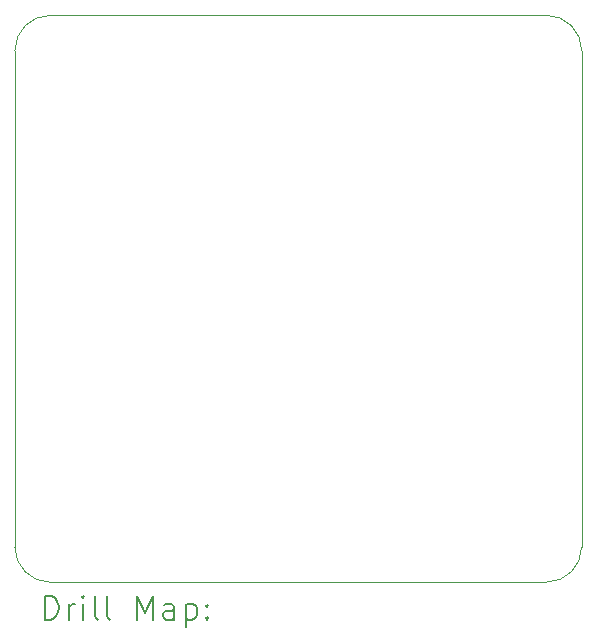
<source format=gbr>
%TF.GenerationSoftware,KiCad,Pcbnew,7.0.5*%
%TF.CreationDate,2023-08-11T11:44:44-04:00*%
%TF.ProjectId,Tadpole,54616470-6f6c-4652-9e6b-696361645f70,rev?*%
%TF.SameCoordinates,Original*%
%TF.FileFunction,Drillmap*%
%TF.FilePolarity,Positive*%
%FSLAX45Y45*%
G04 Gerber Fmt 4.5, Leading zero omitted, Abs format (unit mm)*
G04 Created by KiCad (PCBNEW 7.0.5) date 2023-08-11 11:44:44*
%MOMM*%
%LPD*%
G01*
G04 APERTURE LIST*
%ADD10C,0.100000*%
%ADD11C,0.200000*%
G04 APERTURE END LIST*
D10*
X11100000Y-12000000D02*
G75*
G03*
X11400000Y-12300000I300000J0D01*
G01*
X15600000Y-12300000D02*
G75*
G03*
X15900000Y-12000000I0J300000D01*
G01*
X15600000Y-12300000D02*
X11400000Y-12300000D01*
X11400000Y-7500000D02*
G75*
G03*
X11100000Y-7800000I0J-300000D01*
G01*
X11100000Y-12000000D02*
X11100000Y-7800000D01*
X15900000Y-7800000D02*
G75*
G03*
X15600000Y-7500000I-300000J0D01*
G01*
X15900000Y-7800000D02*
X15900000Y-12000000D01*
X11400000Y-7500000D02*
X15600000Y-7500000D01*
D11*
X11355777Y-12616484D02*
X11355777Y-12416484D01*
X11355777Y-12416484D02*
X11403396Y-12416484D01*
X11403396Y-12416484D02*
X11431967Y-12426008D01*
X11431967Y-12426008D02*
X11451015Y-12445055D01*
X11451015Y-12445055D02*
X11460539Y-12464103D01*
X11460539Y-12464103D02*
X11470062Y-12502198D01*
X11470062Y-12502198D02*
X11470062Y-12530769D01*
X11470062Y-12530769D02*
X11460539Y-12568865D01*
X11460539Y-12568865D02*
X11451015Y-12587912D01*
X11451015Y-12587912D02*
X11431967Y-12606960D01*
X11431967Y-12606960D02*
X11403396Y-12616484D01*
X11403396Y-12616484D02*
X11355777Y-12616484D01*
X11555777Y-12616484D02*
X11555777Y-12483150D01*
X11555777Y-12521246D02*
X11565301Y-12502198D01*
X11565301Y-12502198D02*
X11574824Y-12492674D01*
X11574824Y-12492674D02*
X11593872Y-12483150D01*
X11593872Y-12483150D02*
X11612920Y-12483150D01*
X11679586Y-12616484D02*
X11679586Y-12483150D01*
X11679586Y-12416484D02*
X11670062Y-12426008D01*
X11670062Y-12426008D02*
X11679586Y-12435531D01*
X11679586Y-12435531D02*
X11689110Y-12426008D01*
X11689110Y-12426008D02*
X11679586Y-12416484D01*
X11679586Y-12416484D02*
X11679586Y-12435531D01*
X11803396Y-12616484D02*
X11784348Y-12606960D01*
X11784348Y-12606960D02*
X11774824Y-12587912D01*
X11774824Y-12587912D02*
X11774824Y-12416484D01*
X11908158Y-12616484D02*
X11889110Y-12606960D01*
X11889110Y-12606960D02*
X11879586Y-12587912D01*
X11879586Y-12587912D02*
X11879586Y-12416484D01*
X12136729Y-12616484D02*
X12136729Y-12416484D01*
X12136729Y-12416484D02*
X12203396Y-12559341D01*
X12203396Y-12559341D02*
X12270062Y-12416484D01*
X12270062Y-12416484D02*
X12270062Y-12616484D01*
X12451015Y-12616484D02*
X12451015Y-12511722D01*
X12451015Y-12511722D02*
X12441491Y-12492674D01*
X12441491Y-12492674D02*
X12422443Y-12483150D01*
X12422443Y-12483150D02*
X12384348Y-12483150D01*
X12384348Y-12483150D02*
X12365301Y-12492674D01*
X12451015Y-12606960D02*
X12431967Y-12616484D01*
X12431967Y-12616484D02*
X12384348Y-12616484D01*
X12384348Y-12616484D02*
X12365301Y-12606960D01*
X12365301Y-12606960D02*
X12355777Y-12587912D01*
X12355777Y-12587912D02*
X12355777Y-12568865D01*
X12355777Y-12568865D02*
X12365301Y-12549817D01*
X12365301Y-12549817D02*
X12384348Y-12540293D01*
X12384348Y-12540293D02*
X12431967Y-12540293D01*
X12431967Y-12540293D02*
X12451015Y-12530769D01*
X12546253Y-12483150D02*
X12546253Y-12683150D01*
X12546253Y-12492674D02*
X12565301Y-12483150D01*
X12565301Y-12483150D02*
X12603396Y-12483150D01*
X12603396Y-12483150D02*
X12622443Y-12492674D01*
X12622443Y-12492674D02*
X12631967Y-12502198D01*
X12631967Y-12502198D02*
X12641491Y-12521246D01*
X12641491Y-12521246D02*
X12641491Y-12578388D01*
X12641491Y-12578388D02*
X12631967Y-12597436D01*
X12631967Y-12597436D02*
X12622443Y-12606960D01*
X12622443Y-12606960D02*
X12603396Y-12616484D01*
X12603396Y-12616484D02*
X12565301Y-12616484D01*
X12565301Y-12616484D02*
X12546253Y-12606960D01*
X12727205Y-12597436D02*
X12736729Y-12606960D01*
X12736729Y-12606960D02*
X12727205Y-12616484D01*
X12727205Y-12616484D02*
X12717682Y-12606960D01*
X12717682Y-12606960D02*
X12727205Y-12597436D01*
X12727205Y-12597436D02*
X12727205Y-12616484D01*
X12727205Y-12492674D02*
X12736729Y-12502198D01*
X12736729Y-12502198D02*
X12727205Y-12511722D01*
X12727205Y-12511722D02*
X12717682Y-12502198D01*
X12717682Y-12502198D02*
X12727205Y-12492674D01*
X12727205Y-12492674D02*
X12727205Y-12511722D01*
M02*

</source>
